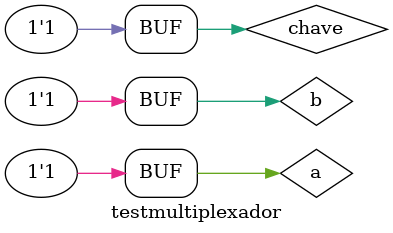
<source format=v>
module mult2 (s1,s2,a,b,chave);
	
	output s1;
	output s2;
	wire temp1;
	wire temp2;
	wire temp3;
	wire temp4;
	wire temp5;
	wire temp6;
	wire temp7;
	wire temp8;
	
	input a;
	input b;	 
	input chave;
	
	assign temp1 = a&b;
	assign temp2 = a|b;
	assign temp3 = temp1 & ~chave;
	assign temp4 = temp2 & ~chave;
	assign temp5 = ~(a&b);
	assign temp6 = ~(a|b);
	assign temp7 = temp5 & chave;
	assign temp8 = temp6 & chave;
	assign s1 = temp7 | temp4;
	assign s2 = temp3 | temp8;
endmodule
	
// -------------------------
// test module multiplexador
// -------------------------

module testmultiplexador;
	reg a;
	reg b;
	reg chave;
	
	wire s1;
	wire s2;
	
	mult2 banana (s1,s2,a,b,chave);
	
	initial begin: main
		$display ("Exemplo 0033 - Débora  Deslandes de Almeida Batista");
		$display ("Matricula : 451549");
		$display ("Test LU's module ");
		$display ("\n  a	  b	chave	  s1	s2");
		a = 0;
		b = 0;
		chave = 0;
		
		//testes
		$monitor("%3b\t%3b\t%3b\t%3b\t%3b",a,b,chave,s1,s2);
			#1 a = 0; b = 1;chave = 0;
			#1 a = 1; b = 0;chave = 0;
			#1 a = 1; b = 1;chave = 0;
			#1 a = 0; b = 0;chave = 1;
			#1 a = 0; b = 1;chave = 1;
			#1 a = 1; b = 0;chave = 1;
			#1 a = 1; b = 1;chave = 1;
 
	end
endmodule
		
</source>
